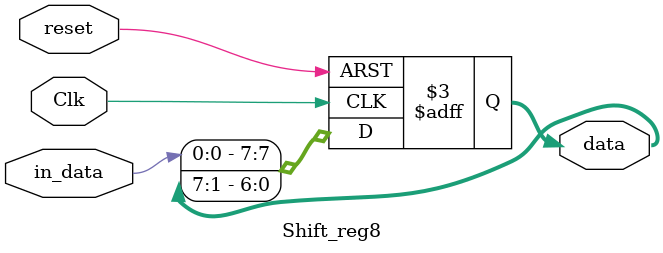
<source format=v>
module Shift_reg8(input in_data,reset,Clk,
					   output reg [7:0] data);
	
	always@(posedge Clk or posedge reset)
	begin
	
		if(reset==1)
		begin
			data<=8'b00000000;
		end
		
		else
		begin
			data<={in_data,data[7:1]};
		end
		
	end
	
endmodule

</source>
